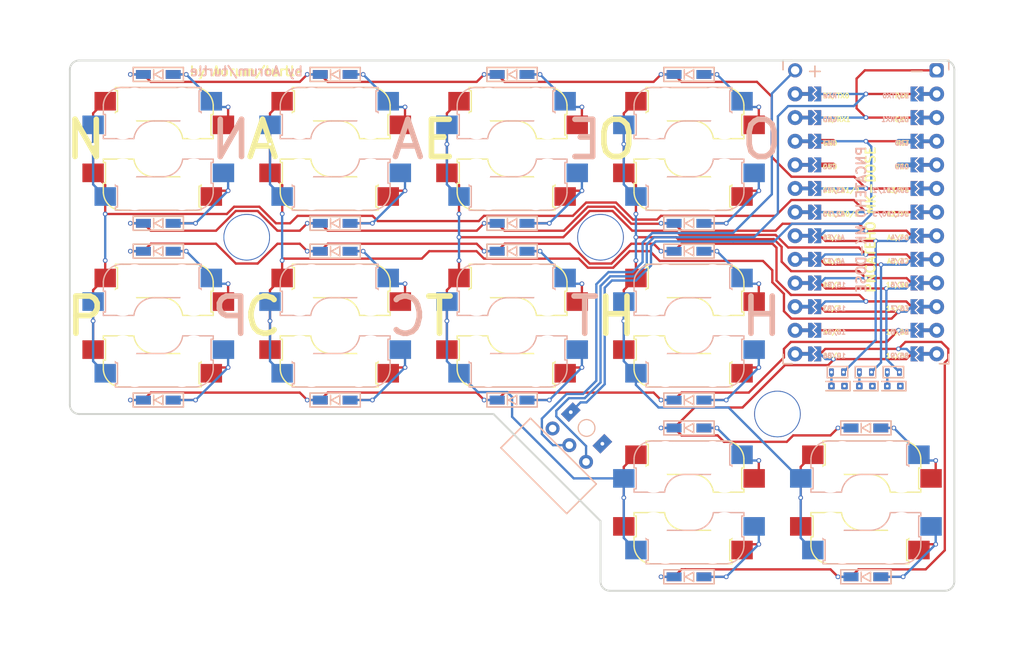
<source format=kicad_pcb>
(kicad_pcb (version 20241229) (generator "pcbnew") (generator_version "9.0")
  (title_block (title "PNCATEHO_MK_DOSE") (date "2021-06-23") (rev "MK_DOSE") (company "Aroum"))
  (layers (0 "F.Cu" signal) (2 "B.Cu" signal) (13 "F.Paste" user) (15 "B.Paste" user) (5 "F.SilkS" user "F.Silkscreen") (7 "B.SilkS" user "B.Silkscreen") (1 "F.Mask" user) (3 "B.Mask" user) (25 "Edge.Cuts" user))
  (net 0 "")
  (net 1 "GND")
  (net 2 "reset")
  (net 4 "LED2")
  (net 5 "LED0")
  (net 6 "VBAT")
  (net 7 "Net-(J1-Pad2)")
  (net 9 "R0")
  (net 10 "Net-(D1-A)")
  (net 11 "Net-(D2-A)")
  (net 12 "R1")
  (net 13 "Net-(D3-A)")
  (net 14 "Net-(D4-A)")
  (net 15 "Net-(D5-A)")
  (net 16 "Net-(D6-A)")
  (net 17 "Net-(D7-A)")
  (net 18 "Net-(D8-A)")
  (net 19 "R2")
  (net 20 "Net-(D9-A)")
  (net 21 "R3")
  (net 22 "Net-(D10-A)")
  (net 23 "Net-(D11-A)")
  (net 24 "Net-(D12-A)")
  (net 25 "Net-(D13-A)")
  (net 26 "Net-(D14-A)")
  (net 27 "Net-(D15-A)")
  (net 28 "Net-(D16-A)")
  (net 29 "R4")
  (net 30 "Net-(D17-A)")
  (net 31 "Net-(D18-A)")
  (net 32 "R5")
  (net 33 "Net-(D19-A)")
  (net 34 "Net-(D20-A)")
  (net 35 "C0")
  (net 36 "C1")
  (net 37 "C2")
  (net 38 "C3")
  (net 39 "LED1")
  (net 40 "Net-(D21-A)")
  (net 41 "Net-(D22-A)")
  (net 42 "Net-(D23-A)")
  (net 43 "Net-(J1-Pad1)")
  (net 45 "unconnected-(U1-SDA{slash}D1{slash}2-Pad5)")
  (footprint "PNCATEHO:SW_3x4x2_2legs_duplex" (layer "F.Cu") (at 83 66 -45)
    (property "Reference" "RSW1" (hide yes))
    (property "Value" "SW_PUSH" (hide yes))
  )
  (footprint "PNCATEHO:D3_SMD" (layer "F.Cu") (at 94 28)
    (property "Reference" "D7" (hide yes))
    (property "Value" "1N4148W" (hide yes))
  )
  (footprint "PNCATEHO:0603-resistor_dual" (layer "F.Cu") (at 109.95 60)
    (property "Reference" "R1" (hide yes))
    (property "Value" "R" (hide yes))
  )
  (footprint "PNCATEHO:D3_SMD" (layer "F.Cu") (at 94 63)
    (property "Reference" "D16" (hide yes))
    (property "Value" "1N4148W" (hide yes))
  )
  (footprint "PNCATEHO:0603-resistor_dual" (layer "F.Cu") (at 112.95 60)
    (property "Reference" "R2" (hide yes))
    (property "Value" "R" (hide yes))
  )
  (footprint "PNCATEHO:MK-DOSE" (layer "F.Cu") (at 75 36)
    (property "Reference" "SW3" (hide yes))
    (property "Value" "~" (hide yes))
  )
  (footprint "PNCATEHO:D3_SMD" (layer "F.Cu") (at 37 47)
    (property "Reference" "D9" (hide yes))
    (property "Value" "1N4148W" (hide yes))
  )
  (footprint "PNCATEHO:D3_SMD" (layer "F.Cu") (at 56 47)
    (property "Reference" "D11" (hide yes))
    (property "Value" "1N4148W" (hide yes))
  )
  (footprint "PNCATEHO:D3_SMD" (layer "F.Cu") (at 37 63)
    (property "Reference" "D10" (hide yes))
    (property "Value" "1N4148W" (hide yes))
  )
  (footprint "PNCATEHO:D3_SMD" (layer "F.Cu") (at 56 44)
    (property "Reference" "D4" (hide yes))
    (property "Value" "1N4148W" (hide yes))
  )
  (footprint "PNCATEHO:MK-DOSE" (layer "F.Cu") (at 113 74)
    (property "Reference" "SW10" (hide yes))
    (property "Value" "~" (hide yes))
  )
  (footprint "PNCATEHO:D3_SMD" (layer "F.Cu") (at 113 82)
    (property "Reference" "D20" (hide yes))
    (property "Value" "1N4148W" (hide yes))
  )
  (footprint "PNCATEHO:Hole" (layer "F.Cu") (at 46.5 45.5)
    (property "Reference" "H1" (hide yes))
    (property "Value" "Hole" (hide yes))
  )
  (footprint "PNCATEHO:MK-DOSE" (layer "F.Cu") (at 37 55)
    (property "Reference" "SW5" (hide yes))
    (property "Value" "~" (hide yes))
  )
  (footprint "PNCATEHO:D3_SMD" (layer "F.Cu") (at 113 66)
    (property "Reference" "D19" (hide yes))
    (property "Value" "1N4148W" (hide yes))
  )
  (footprint "PNCATEHO:Hole" (layer "F.Cu") (at 84.5 45.5)
    (property "Reference" "H2" (hide yes))
    (property "Value" "Hole" (hide yes))
  )
  (footprint "PNCATEHO:MK-DOSE" (layer "F.Cu") (at 94 74)
    (property "Reference" "SW9" (hide yes))
    (property "Value" "~" (hide yes))
  )
  (footprint "PNCATEHO:D3_SMD" (layer "F.Cu") (at 37 44)
    (property "Reference" "D2" (hide yes))
    (property "Value" "1N4148W" (hide yes))
  )
  (footprint "PNCATEHO:MK-DOSE" (layer "F.Cu") (at 75 55)
    (property "Reference" "SW7" (hide yes))
    (property "Value" "~" (hide yes))
  )
  (footprint "PNCATEHO:MK-DOSE" (layer "F.Cu") (at 56 36)
    (property "Reference" "SW2" (hide yes))
    (property "Value" "~" (hide yes))
  )
  (footprint "PNCATEHO:D3_SMD" (layer "F.Cu") (at 75 28)
    (property "Reference" "D5" (hide yes))
    (property "Value" "1N4148W" (hide yes))
  )
  (footprint "PNCATEHO:D3_SMD" (layer "F.Cu") (at 94 44)
    (property "Reference" "D8" (hide yes))
    (property "Value" "1N4148W" (hide yes))
  )
  (footprint "PNCATEHO:D3_SMD" (layer "F.Cu") (at 37 28)
    (property "Reference" "D1" (hide yes))
    (property "Value" "1N4148W" (hide yes))
  )
  (footprint "PNCATEHO:D3_SMD" (layer "F.Cu") (at 75 63)
    (property "Reference" "D14" (hide yes))
    (property "Value" "1N4148W" (hide yes))
  )
  (footprint "PNCATEHO:0603-resistor_dual" (layer "F.Cu") (at 115.95 60)
    (property "Reference" "R3" (hide yes))
    (property "Value" "R" (hide yes))
  )
  (footprint "PNCATEHO:Hole" (layer "F.Cu") (at 103.5 64.5)
    (property "Reference" "H3" (hide yes))
    (property "Value" "Hole" (hide yes))
  )
  (footprint "PNCATEHO:D3_SMD" (layer "F.Cu") (at 94 47)
    (property "Reference" "D15" (hide yes))
    (property "Value" "1N4148W" (hide yes))
  )
  (footprint "PNCATEHO:0603-led_dual" (layer "F.Cu") (at 113 61.5 180)
    (property "Reference" "D22" (hide yes))
    (property "Value" "LED" (hide yes))
  )
  (footprint "PNCATEHO:MK-DOSE" (layer "F.Cu") (at 56 55)
    (property "Reference" "SW6" (hide yes))
    (property "Value" "~" (hide yes))
  )
  (footprint "PNCATEHO:bsi10h" (layer "F.Cu") (at 81.15 67.85 -45)
    (property "Reference" "PSW1" (hide yes))
    (property "Value" "~" (hide yes))
  )
  (footprint "PNCATEHO:ProMicro_duplex_mirrored" (layer "F.Cu") (at 113 42.8)
    (property "Reference" "U1" (hide yes))
    (property "Value" "ProMicro_r" (hide yes))
  )
  (footprint "PNCATEHO:D3_SMD" (layer "F.Cu") (at 56 63)
    (property "Reference" "D12" (hide yes))
    (property "Value" "1N4148W" (hide yes))
  )
  (footprint "PNCATEHO:0603-led_dual" (layer "F.Cu") (at 110 61.5 180)
    (property "Reference" "D21" (hide yes))
    (property "Value" "LED" (hide yes))
  )
  (footprint "PNCATEHO:D3_SMD" (layer "F.Cu") (at 75 47)
    (property "Reference" "D13" (hide yes))
    (property "Value" "1N4148W" (hide yes))
  )
  (footprint "PNCATEHO:0603-led_dual" (layer "F.Cu") (at 116 61.5 180)
    (property "Reference" "D23" (hide yes))
    (property "Value" "LED" (hide yes))
  )
  (footprint "PNCATEHO:D3_SMD" (layer "F.Cu") (at 75 44)
    (property "Reference" "D6" (hide yes))
    (property "Value" "1N4148W" (hide yes))
  )
  (footprint "PNCATEHO:D3_SMD" (layer "F.Cu") (at 56 28)
    (property "Reference" "D3" (hide yes))
    (property "Value" "1N4148W" (hide yes))
  )
  (footprint "PNCATEHO:D3_SMD" (layer "F.Cu") (at 94 82)
    (property "Reference" "D18" (hide yes))
    (property "Value" "1N4148W" (hide yes))
  )
  (footprint "PNCATEHO:D3_SMD" (layer "F.Cu") (at 94 66)
    (property "Reference" "D17" (hide yes))
    (property "Value" "1N4148W" (hide yes))
  )
  (footprint "PNCATEHO:MK-DOSE" (layer "F.Cu") (at 94 55)
    (property "Reference" "SW8" (hide yes))
    (property "Value" "~" (hide yes))
  )
  (footprint "PNCATEHO:MK-DOSE" (layer "F.Cu") (at 94 36)
    (property "Reference" "SW4" (hide yes))
    (property "Value" "~" (hide yes))
  )
  (footprint "PNCATEHO:MK-DOSE" (layer "F.Cu") (at 37 36)
    (property "Reference" "SW1" (hide yes))
    (property "Value" "~" (hide yes))
  )
  (footprint "PNCATEHO:battery_conn_duplex" (layer "F.Cu") (at 113 42.8)
    (property "Reference" "J1" (hide yes))
    (property "Value" "TestPoint_2Pole")
  )
  (gr_line (start 122.5 82.5) (end 122.5 27.5) (stroke (width 0.2)) (layer "Edge.Cuts"))
  (gr_line (start 85.5 83.5) (end 121.5 83.5) (stroke (width 0.2)) (layer "Edge.Cuts"))
  (gr_line (start 27.5 27.5) (end 27.5 63.5) (stroke (width 0.2)) (layer "Edge.Cuts"))
  (gr_line (start 28.5 64.5) (end 73 64.5) (stroke (width 0.2)) (layer "Edge.Cuts"))
  (gr_arc (start 85.5 83.5) (mid 84.792893 83.207107) (end 84.5 82.5) (stroke (width 0.2)) (layer "Edge.Cuts"))
  (gr_arc (start 122.5 82.5) (mid 122.207107 83.207107) (end 121.5 83.5) (stroke (width 0.2)) (layer "Edge.Cuts"))
  (gr_arc (start 28.5 64.5) (mid 27.792893 64.207107) (end 27.5 63.5) (stroke (width 0.2)) (layer "Edge.Cuts"))
  (gr_line (start 28.5 26.5) (end 121.5 26.5) (stroke (width 0.2)) (layer "Edge.Cuts"))
  (gr_arc (start 27.5 27.5) (mid 27.792893 26.792893) (end 28.5 26.5) (stroke (width 0.2)) (layer "Edge.Cuts"))
  (gr_arc (start 121.5 26.5) (mid 122.207107 26.792893) (end 122.5 27.5) (stroke (width 0.2)) (layer "Edge.Cuts"))
  (gr_line (start 73 64.5) (end 84.5 76) (stroke (width 0.2)) (layer "Edge.Cuts"))
  (gr_line (start 84.5 76) (end 84.5 82.5) (stroke (width 0.2)) (layer "Edge.Cuts"))
  (gr_text "PNCATEHO MK-DOSE" (at 113.5 43.6 90) (layer "F.SilkS") (effects (font (size 1 1) (thickness 0.2))))
  (gr_text "O" (at 86.2 35 0) (layer "F.SilkS") (effects (font (size 4 4) (thickness 0.6))))
  (gr_text "H" (at 86.2 54 0) (layer "F.SilkS") (effects (font (size 4 4) (thickness 0.6))))
  (gr_text "T" (at 67.2 54 0) (layer "F.SilkS") (effects (font (size 4 4) (thickness 0.6))))
  (gr_text "C" (at 48.2 54 0) (layer "F.SilkS") (effects (font (size 4 4) (thickness 0.6))))
  (gr_text "E" (at 67.2 35 0) (layer "F.SilkS") (effects (font (size 4 4) (thickness 0.6))))
  (gr_text "A" (at 48.2 35 0) (layer "F.SilkS") (effects (font (size 4 4) (thickness 0.6))))
  (gr_text "N" (at 29.2 35 0) (layer "F.SilkS") (effects (font (size 4 4) (thickness 0.6))))
  (gr_text "P" (at 29.2 54 0) (layer "F.SilkS") (effects (font (size 4 4) (thickness 0.6))))
  (gr_text "by Aorum/turtle" (at 40.25 28.25 0) (layer "F.SilkS") (effects (font (size 1 1) (thickness 0.2) (bold yes)) (justify left bottom)))
  (gr_text "N" (at 44.8 35 0) (layer "B.SilkS") (effects (font (size 4 4) (thickness 0.6)) (justify mirror)))
  (gr_text "C" (at 63.8 54 0) (layer "B.SilkS") (effects (font (size 4 4) (thickness 0.6)) (justify mirror)))
  (gr_text "A" (at 63.8 35 0) (layer "B.SilkS") (effects (font (size 4 4) (thickness 0.6)) (justify mirror)))
  (gr_text "O" (at 101.8 35 0) (layer "B.SilkS") (effects (font (size 4 4) (thickness 0.6)) (justify mirror)))
  (gr_text "P" (at 44.8 54 0) (layer "B.SilkS") (effects (font (size 4 4) (thickness 0.6)) (justify mirror)))
  (gr_text "by Aorum/turtle" (at 40.25 28.25 0) (layer "B.SilkS") (effects (font (size 1 1) (thickness 0.2) (bold yes)) (justify right bottom mirror)))
  (gr_text "H" (at 101.8 54 0) (layer "B.SilkS") (effects (font (size 4 4) (thickness 0.6)) (justify mirror)))
  (gr_text "PNCATEHO MK-DOSE\n" (at 112.5 43.6 90) (layer "B.SilkS") (effects (font (size 1 1) (thickness 0.2)) (justify mirror)))
  (gr_text "T" (at 82.8 54 0) (layer "B.SilkS") (effects (font (size 4 4) (thickness 0.6)) (justify mirror)))
  (gr_text "E" (at 82.8 35 0) (layer "B.SilkS") (effects (font (size 4 4) (thickness 0.6)) (justify mirror)))
  (segment (start 108.1 37.72) (end 109.48 37.72) (width 0.5) (layer "F.Cu") (net 1))
  (segment (start 108.1 35.18) (end 109.48 35.18) (width 0.5) (layer "F.Cu") (net 1))
  (segment (start 117.9 35.18) (end 116.5 35.18) (width 0.5) (layer "B.Cu") (net 1))
  (segment (start 117.9 37.72) (end 116.5 37.72) (width 0.5) (layer "B.Cu") (net 1))
  (segment (start 113 35.18) (end 117.9 35.18) (width 0.25) (layer "F.Cu") (net 2))
  (via micro (at 113 35.18) (size 0.5) (drill 0.3) (layers "F.Cu" "B.Cu") (net 2))
  (segment (start 113.576 43.038588) (end 113.576 35.756) (width 0.25) (layer "B.Cu") (net 2))
  (segment (start 85.72462 50.151) (end 84.951 50.92462) (width 0.25) (layer "B.Cu") (net 2))
  (segment (start 112.564588 44.05) (end 113.576 43.038588) (width 0.25) (layer "B.Cu") (net 2))
  (segment (start 103.15 45.95) (end 98.734522 45.95) (width 0.25) (layer "B.Cu") (net 2))
  (segment (start 105.05 44.05) (end 103.15 45.95) (width 0.25) (layer "B.Cu") (net 2))
  (segment (start 81.302944 64.302944) (end 82.354888 63.251) (width 0.25) (layer "B.Cu") (net 2))
  (segment (start 98.733522 45.951) (end 90.42462 45.951) (width 0.25) (layer "B.Cu") (net 2))
  (segment (start 88.310034 50.151) (end 85.72462 50.151) (width 0.25) (layer "B.Cu") (net 2))
  (segment (start 113.576 35.756) (end 113 35.18) (width 0.25) (layer "B.Cu") (net 2))
  (segment (start 113 35.18) (end 108.1 35.18) (width 0.25) (layer "B.Cu") (net 2))
  (segment (start 89.919707 46.455913) (end 89.919707 48.541327) (width 0.25) (layer "B.Cu") (net 2))
  (segment (start 90.42462 45.951) (end 89.919707 46.455913) (width 0.25) (layer "B.Cu") (net 2))
  (segment (start 108.1 35.18) (end 108.12 35.2) (width 0.25) (layer "B.Cu") (net 2))
  (segment (start 84.951 50.92462) (end 84.951 61.292698) (width 0.25) (layer "B.Cu") (net 2))
  (segment (start 105.05 44.05) (end 112.564588 44.05) (width 0.25) (layer "B.Cu") (net 2))
  (segment (start 98.734522 45.95) (end 98.733522 45.951) (width 0.25) (layer "B.Cu") (net 2))
  (segment (start 82.992698 63.251) (end 84.951 61.292698) (width 0.25) (layer "B.Cu") (net 2))
  (segment (start 89.919707 48.541327) (end 88.310034 50.151) (width 0.25) (layer "B.Cu") (net 2))
  (segment (start 82.354888 63.251) (end 82.992698 63.251) (width 0.25) (layer "B.Cu") (net 2))
  (segment (start 115.2 51.01) (end 108.69 51.01) (width 0.25) (layer "F.Cu") (net 4))
  (segment (start 108.69 51.01) (end 108.1 50.42) (width 0.25) (layer "F.Cu") (net 4))
  (via micro (at 115.2 51.01) (size 0.5) (drill 0.3) (layers "F.Cu" "B.Cu") (net 4))
  (segment (start 115.2 51.01) (end 117.31 51.01) (width 0.25) (layer "B.Cu") (net 4))
  (segment (start 115.2 51.01) (end 115.2 58.6) (width 0.25) (layer "B.Cu") (net 4))
  (segment (start 117.31 51.01) (end 117.9 50.42) (width 0.25) (layer "B.Cu") (net 4))
  (segment (start 115.2 58.6) (end 116.6 60) (width 0.25) (layer "B.Cu") (net 4))
  (segment (start 108.66 45.9) (end 108.1 45.34) (width 0.25) (layer "F.Cu") (net 5))
  (segment (start 114.05 45.9) (end 108.66 45.9) (width 0.25) (layer "F.Cu") (net 5))
  (via micro (at 114.05 45.9) (size 0.5) (drill 0.3) (layers "F.Cu" "B.Cu") (net 5))
  (segment (start 114.05 56.55) (end 114.05 45.9) (width 0.25) (layer "B.Cu") (net 5))
  (segment (start 114.05 45.9) (end 117.34 45.9) (width 0.25) (layer "B.Cu") (net 5))
  (segment (start 117.34 45.9) (end 117.9 45.34) (width 0.25) (layer "B.Cu") (net 5))
  (segment (start 110.6 60) (end 114.05 56.55) (width 0.25) (layer "B.Cu") (net 5))
  (segment (start 117.9 30.1) (end 113 30.1) (width 0.25) (layer "F.Cu") (net 6))
  (via micro (at 113 30.1) (size 0.5) (drill 0.3) (layers "F.Cu" "B.Cu") (net 6))
  (segment (start 89.468707 48.354517) (end 88.123224 49.7) (width 0.25) (layer "B.Cu") (net 6))
  (segment (start 88.123224 49.7) (end 85.53781 49.7) (width 0.25) (layer "B.Cu") (net 6))
  (segment (start 85.53781 49.7) (end 84.5 50.73781) (width 0.25) (layer "B.Cu") (net 6))
  (segment (start 84.5 61.105888) (end 82.805888 62.8) (width 0.25) (layer "B.Cu") (net 6))
  (segment (start 104.65 31.4) (end 103.55 32.5) (width 0.25) (layer "B.Cu") (net 6))
  (segment (start 82.946051 67.946051) (end 82.946051 69.646051) (width 0.25) (layer "B.Cu") (net 6))
  (segment (start 79.75 64.75) (end 82.946051 67.946051) (width 0.25) (layer "B.Cu") (net 6))
  (segment (start 81.1 62.8) (end 79.75 64.15) (width 0.25) (layer "B.Cu") (net 6))
  (segment (start 101 45.5) (end 90.23781 45.5) (width 0.25) (layer "B.Cu") (net 6))
  (segment (start 90.23781 45.5) (end 89.468707 46.269103) (width 0.25) (layer "B.Cu") (net 6))
  (segment (start 82.805888 62.8) (end 81.1 62.8) (width 0.25) (layer "B.Cu") (net 6))
  (segment (start 113 30.1) (end 111.7 31.4) (width 0.25) (layer "B.Cu") (net 6))
  (segment (start 79.75 64.15) (end 79.75 64.75) (width 0.25) (layer "B.Cu") (net 6))
  (segment (start 111.7 31.4) (end 104.65 31.4) (width 0.25) (layer "B.Cu") (net 6))
  (segment (start 103.55 32.5) (end 103.55 42.95) (width 0.25) (layer "B.Cu") (net 6))
  (segment (start 108.1 30.1) (end 113 30.1) (width 0.25) (layer "B.Cu") (net 6))
  (segment (start 84.5 50.73781) (end 84.5 61.105888) (width 0.25) (layer "B.Cu") (net 6))
  (segment (start 103.55 42.95) (end 101 45.5) (width 0.25) (layer "B.Cu") (net 6))
  (segment (start 89.468707 46.269103) (end 89.468707 48.354517) (width 0.25) (layer "B.Cu") (net 6))
  (segment (start 112 31.64) (end 112 28.45) (width 0.25) (layer "F.Cu") (net 7))
  (segment (start 112 28.45) (end 112.89 27.56) (width 0.25) (layer "F.Cu") (net 7))
  (segment (start 113 32.64) (end 112 31.64) (width 0.25) (layer "F.Cu") (net 7))
  (segment (start 117.9 32.64) (end 113 32.64) (width 0.25) (layer "F.Cu") (net 7))
  (segment (start 112.89 27.56) (end 120.6 27.56) (width 0.25) (layer "F.Cu") (net 7))
  (via micro (at 113 32.64) (size 0.5) (drill 0.3) (layers "F.Cu" "B.Cu") (net 7))
  (segment (start 108.1 32.64) (end 113 32.64) (width 0.25) (layer "B.Cu") (net 7))
  (segment (start 71.2 28.8) (end 55.2 28.8) (width 0.25) (layer "F.Cu") (net 9))
  (segment (start 93.2 28.8) (end 101.3 28.8) (width 0.25) (layer "F.Cu") (net 9))
  (segment (start 91 28) (end 90.2 28.8) (width 0.25) (layer "F.Cu") (net 9))
  (segment (start 35.4 28) (end 34 28) (width 0.25) (layer "F.Cu") (net 9))
  (segment (start 72 28) (end 71.2 28.8) (width 0.25) (layer "F.Cu") (net 9))
  (segment (start 53 28) (end 52.2 28.8) (width 0.25) (layer "F.Cu") (net 9))
  (segment (start 113.01 40.26) (end 113 40.25) (width 0.25) (layer "F.Cu") (net 9))
  (segment (start 101.3 28.8) (end 102.9 30.4) (width 0.25) (layer "F.Cu") (net 9))
  (segment (start 91 28) (end 92.4 28) (width 0.25) (layer "F.Cu") (net 9))
  (segment (start 102.9 36.884739) (end 105.015261 39) (width 0.25) (layer "F.Cu") (net 9))
  (segment (start 74.2 28.8) (end 73.4 28) (width 0.25) (layer "F.Cu") (net 9))
  (segment (start 102.9 30.4) (end 102.9 36.884739) (width 0.25) (layer "F.Cu") (net 9))
  (segment (start 36.2 28.8) (end 35.4 28) (width 0.25) (layer "F.Cu") (net 9))
  (segment (start 55.2 28.8) (end 54.4 28) (width 0.25) (layer "F.Cu") (net 9))
  (segment (start 117.9 40.26) (end 113.01 40.26) (width 0.25) (layer "F.Cu") (net 9))
  (segment (start 90.2 28.8) (end 74.2 28.8) (width 0.25) (layer "F.Cu") (net 9))
  (segment (start 117.9 40.26) (end 113.01 40.26) (width 0.25) (layer "F.Cu") (net 9))
  (segment (start 111.75 39) (end 113 40.25) (width 0.25) (layer "F.Cu") (net 9))
  (segment (start 52.2 28.8) (end 36.2 28.8) (width 0.25) (layer "F.Cu") (net 9))
  (segment (start 73.4 28) (end 72 28) (width 0.25) (layer "F.Cu") (net 9))
  (segment (start 105.015261 39) (end 111.75 39) (width 0.25) (layer "F.Cu") (net 9))
  (segment (start 92.4 28) (end 93.2 28.8) (width 0.25) (layer "F.Cu") (net 9))
  (segment (start 54.4 28) (end 53 28) (width 0.25) (layer "F.Cu") (net 9))
  (via micro (at 91 28) (size 0.5) (drill 0.3) (layers "F.Cu" "B.Cu") (net 9))
  (via micro (at 113 40.25) (size 0.5) (drill 0.3) (layers "F.Cu" "B.Cu") (net 9))
  (via micro (at 72 28) (size 0.5) (drill 0.3) (layers "F.Cu" "B.Cu") (net 9))
  (via micro (at 53 28) (size 0.5) (drill 0.3) (layers "F.Cu" "B.Cu") (net 9))
  (via micro (at 34 28) (size 0.5) (drill 0.3) (layers "F.Cu" "B.Cu") (net 9))
  (segment (start 113.01 40.26) (end 113 40.25) (width 0.25) (layer "B.Cu") (net 9))
  (segment (start 112.99 40.26) (end 108.1 40.26) (width 0.25) (layer "B.Cu") (net 9))
  (segment (start 72 28) (end 73.225 28) (width 0.25) (layer "B.Cu") (net 9))
  (segment (start 34 28) (end 35.225 28) (width 0.25) (layer "B.Cu") (net 9))
  (segment (start 91 28) (end 92.225 28) (width 0.25) (layer "B.Cu") (net 9))
  (segment (start 113 40.25) (end 112.99 40.26) (width 0.25) (layer "B.Cu") (net 9))
  (segment (start 53 28) (end 54.225 28) (width 0.25) (layer "B.Cu") (net 9))
  (segment (start 44.5 31.5) (end 44.5 32.92) (width 0.25) (layer "F.Cu") (net 10))
  (segment (start 44.5 32.92) (end 44 33.42) (width 0.25) (layer "F.Cu") (net 10))
  (segment (start 38.775 28) (end 40 28) (width 0.25) (layer "F.Cu") (net 10))
  (via micro (at 40 28) (size 0.5) (drill 0.3) (layers "F.Cu" "B.Cu") (net 10))
  (via micro (at 44.5 31.5) (size 0.5) (drill 0.3) (layers "F.Cu" "B.Cu") (net 10))
  (segment (start 42.7 30.88) (end 42.7 30.7) (width 0.25) (layer "B.Cu") (net 10))
  (segment (start 40 28) (end 38.775 28) (width 0.25) (layer "B.Cu") (net 10))
  (segment (start 43.32 31.5) (end 42.7 30.88) (width 0.25) (layer "B.Cu") (net 10))
  (segment (start 42.7 30.7) (end 40 28) (width 0.25) (layer "B.Cu") (net 10))
  (segment (start 44.5 31.5) (end 43.32 31.5) (width 0.25) (layer "B.Cu") (net 10))
  (segment (start 38.775 44) (end 41 44) (width 0.25) (layer "F.Cu") (net 11))
  (segment (start 43.32 40.5) (end 42.7 41.12) (width 0.25) (layer "F.Cu") (net 11))
  (segment (start 44.5 40.5) (end 43.32 40.5) (width 0.25) (layer "F.Cu") (net 11))
  (via micro (at 41 44) (size 0.5) (drill 0.3) (layers "F.Cu" "B.Cu") (net 11))
  (via micro (at 44.5 40.5) (size 0.5) (drill 0.3) (layers "F.Cu" "B.Cu") (net 11))
  (segment (start 44.5 40.5) (end 41 44) (width 0.25) (layer "B.Cu") (net 11))
  (segment (start 44.5 39.08) (end 44.5 40.5) (width 0.25) (layer "B.Cu") (net 11))
  (segment (start 41 44) (end 38.775 44) (width 0.25) (layer "B.Cu") (net 11))
  (segment (start 44 38.58) (end 44.5 39.08) (width 0.25) (layer "B.Cu") (net 11))
  (segment (start 55.2 44.8) (end 54.4 44) (width 0.25) (layer "F.Cu") (net 12))
  (segment (start 73.4 44) (end 72 44) (width 0.25) (layer "F.Cu") (net 12))
  (segment (start 72 44) (end 71.2 44.8) (width 0.25) (layer "F.Cu") (net 12))
  (segment (start 113 44.8) (end 117.36 44.8) (width 0.25) (layer "F.Cu") (net 12))
  (segment (start 34 44) (end 35.4 44) (width 0.25) (layer "F.Cu") (net 12))
  (segment (start 49.8 44.8) (end 52.2 44.8) (width 0.25) (layer "F.Cu") (net 12))
  (segment (start 52.2 44.8) (end 53 44) (width 0.25) (layer "F.Cu") (net 12))
  (segment (start 49.5 44.5) (end 49.8 44.8) (width 0.25) (layer "F.Cu") (net 12))
  (segment (start 90.95 44.05) (end 87.8 44.05) (width 0.25) (layer "F.Cu") (net 12))
  (segment (start 45.329432 42.674) (end 47.670568 42.674) (width 0.25) (layer "F.Cu") (net 12))
  (segment (start 91 44) (end 90.95 44.05) (width 0.25) (layer "F.Cu") (net 12))
  (segment (start 74.201 44.801) (end 73.4 44) (width 0.25) (layer "F.Cu") (net 12))
  (segment (start 92.4 44) (end 91 44) (width 0.25) (layer "F.Cu") (net 12))
  (segment (start 82.878432 42.48719) (end 80.564622 44.801) (width 0.25) (layer "F.Cu") (net 12))
  (segment (start 112.25 44.05) (end 113 44.8) (width 0.25) (layer "F.Cu") (net 12))
  (segment (start 83.142622 42.223) (end 82.878432 42.48719) (width 0.25) (layer "F.Cu") (net 12))
  (segment (start 36.2 44.8) (end 43.203432 44.8) (width 0.25) (layer "F.Cu") (net 12))
  (segment (start 104.05 44.05) (end 103.3 44.8) (width 0.25) (layer "F.Cu") (net 12))
  (segment (start 85.973 42.223) (end 83.142622 42.223) (width 0.25) (layer "F.Cu") (net 12))
  (segment (start 103.3 44.8) (end 93.2 44.8) (width 0.25) (layer "F.Cu") (net 12))
  (segment (start 104.05 44.05) (end 112.25 44.05) (width 0.25) (layer "F.Cu") (net 12))
  (segment (start 54.4 44) (end 53 44) (width 0.25) (layer "F.Cu") (net 12))
  (segment (start 47.670568 42.674) (end 49.496568 44.5) (width 0.25) (layer "F.Cu") (net 12))
  (segment (start 87.8 44.05) (end 85.973 42.223) (width 0.25) (layer "F.Cu") (net 12))
  (segment (start 43.203432 44.8) (end 45.329432 42.674) (width 0.25) (layer "F.Cu") (net 12))
  (segment (start 71.2 44.8) (end 55.2 44.8) (width 0.25) (layer "F.Cu") (net 12))
  (segment (start 35.4 44) (end 36.2 44.8) (width 0.25) (layer "F.Cu") (net 12))
  (segment (start 93.2 44.8) (end 92.4 44) (width 0.25) (layer "F.Cu") (net 12))
  (segment (start 80.564622 44.801) (end 74.201 44.801) (width 0.25) (layer "F.Cu") (net 12))
  (segment (start 117.36 44.8) (end 117.9 45.34) (width 0.25) (layer "F.Cu") (net 12))
  (via micro (at 34 44) (size 0.5) (drill 0.3) (layers "F.Cu" "B.Cu") (net 12))
  (via micro (at 53 44) (size 0.5) (drill 0.3) (layers "F.Cu" "B.Cu") (net 12))
  (via micro (at 72 44) (size 0.5) (drill 0.3) (layers "F.Cu" "B.Cu") (net 12))
  (via micro (at 113 44.8) (size 0.5) (drill 0.3) (layers "F.Cu" "B.Cu") (net 12))
  (via micro (at 91 44) (size 0.5) (drill 0.3) (layers "F.Cu" "B.Cu") (net 12))
  (segment (start 108.64 44.8) (end 108.1 45.34) (width 0.25) (layer "B.Cu") (net 12))
  (segment (start 54.225 44) (end 53 44) (width 0.25) (layer "B.Cu") (net 12))
  (segment (start 92.225 44) (end 91 44) (width 0.25) (layer "B.Cu") (net 12))
  (segment (start 34 44) (end 35.225 44) (width 0.25) (layer "B.Cu") (net 12))
  (segment (start 72 44) (end 73.225 44) (width 0.25) (layer "B.Cu") (net 12))
  (segment (start 113 44.8) (end 108.64 44.8) (width 0.25) (layer "B.Cu") (net 12))
  (segment (start 57.775 28) (end 59 28) (width 0.25) (layer "F.Cu") (net 13))
  (segment (start 63.5 32.92) (end 63.5 31.5) (width 0.25) (layer "F.Cu") (net 13))
  (segment (start 63 33.42) (end 63.5 32.92) (width 0.25) (layer "F.Cu") (net 13))
  (via micro (at 59 28) (size 0.5) (drill 0.3) (layers "F.Cu" "B.Cu") (net 13))
  (via micro (at 63.5 31.5) (size 0.5) (drill 0.3) (layers "F.Cu" "B.Cu") (net 13))
  (segment (start 59 28) (end 57.775 28) (width 0.25) (layer "B.Cu") (net 13))
  (segment (start 63.5 31.5) (end 62.32 31.5) (width 0.25) (layer "B.Cu") (net 13))
  (segment (start 61.7 30.7) (end 59 28) (width 0.25) (layer "B.Cu") (net 13))
  (segment (start 62.32 31.5) (end 61.7 30.88) (width 0.25) (layer "B.Cu") (net 13))
  (segment (start 61.7 30.88) (end 61.7 30.7) (width 0.25) (layer "B.Cu") (net 13))
  (segment (start 57.775 44) (end 60 44) (width 0.25) (layer "F.Cu") (net 14))
  (segment (start 62.32 40.5) (end 61.7 41.12) (width 0.25) (layer "F.Cu") (net 14))
  (segment (start 63.5 40.5) (end 62.32 40.5) (width 0.25) (layer "F.Cu") (net 14))
  (via micro (at 63.5 40.5) (size 0.5) (drill 0.3) (layers "F.Cu" "B.Cu") (net 14))
  (via micro (at 60 44) (size 0.5) (drill 0.3) (layers "F.Cu" "B.Cu") (net 14))
  (segment (start 63.5 40.5) (end 60 44) (width 0.25) (layer "B.Cu") (net 14))
  (segment (start 60 44) (end 57.775 44) (width 0.25) (layer "B.Cu") (net 14))
  (segment (start 63 38.58) (end 63.5 39.08) (width 0.25) (layer "B.Cu") (net 14))
  (segment (start 63.5 39.08) (end 63.5 40.5) (width 0.25) (layer "B.Cu") (net 14))
  (segment (start 82.5 32.92) (end 82.5 31.5) (width 0.25) (layer "F.Cu") (net 15))
  (segment (start 76.775 28) (end 78 28) (width 0.25) (layer "F.Cu") (net 15))
  (segment (start 82 33.42) (end 82.5 32.92) (width 0.25) (layer "F.Cu") (net 15))
  (via micro (at 82.5 31.5) (size 0.5) (drill 0.3) (layers "F.Cu" "B.Cu") (net 15))
  (via micro (at 78 28) (size 0.5) (drill 0.3) (layers "F.Cu" "B.Cu") (net 15))
  (segment (start 78 28) (end 76.775 28) (width 0.25) (layer "B.Cu") (net 15))
  (segment (start 82.5 31.5) (end 81.32 31.5) (width 0.25) (layer "B.Cu") (net 15))
  (segment (start 80.7 30.7) (end 78 28) (width 0.25) (layer "B.Cu") (net 15))
  (segment (start 80.7 30.88) (end 80.7 30.7) (width 0.25) (layer "B.Cu") (net 15))
  (segment (start 81.32 31.5) (end 80.7 30.88) (width 0.25) (layer "B.Cu") (net 15))
  (segment (start 81.32 40.5) (end 80.7 41.12) (width 0.25) (layer "F.Cu") (net 16))
  (segment (start 76.775 44) (end 79 44) (width 0.25) (layer "F.Cu") (net 16))
  (segment (start 82.5 40.5) (end 81.32 40.5) (width 0.25) (layer "F.Cu") (net 16))
  (via micro (at 79 44) (size 0.5) (drill 0.3) (layers "F.Cu" "B.Cu") (net 16))
  (via micro (at 82.5 40.5) (size 0.5) (drill 0.3) (layers "F.Cu" "B.Cu") (net 16))
  (segment (start 79 44) (end 76.775 44) (width 0.25) (layer "B.Cu") (net 16))
  (segment (start 82 38.58) (end 82.5 39.08) (width 0.25) (layer "B.Cu") (net 16))
  (segment (start 82.5 39.08) (end 82.5 40.5) (width 0.25) (layer "B.Cu") (net 16))
  (segment (start 82.5 40.5) (end 79 44) (width 0.25) (layer "B.Cu") (net 16))
  (segment (start 95.775 28) (end 97 28) (width 0.25) (layer "F.Cu") (net 17))
  (segment (start 101 33.42) (end 101.5 32.92) (width 0.25) (layer "F.Cu") (net 17))
  (segment (start 101.5 32.92) (end 101.5 31.5) (width 0.25) (layer "F.Cu") (net 17))
  (via micro (at 97 28) (size 0.5) (drill 0.3) (layers "F.Cu" "B.Cu") (net 17))
  (via micro (at 101.5 31.5) (size 0.5) (drill 0.3) (layers "F.Cu" "B.Cu") (net 17))
  (segment (start 99.7 30.88) (end 100.32 31.5) (width 0.25) (layer "B.Cu") (net 17))
  (segment (start 97 28) (end 95.775 28) (width 0.25) (layer "B.Cu") (net 17))
  (segment (start 99.7 30.88) (end 99.7 30.7) (width 0.25) (layer "B.Cu") (net 17))
  (segment (start 99.7 30.7) (end 97 28) (width 0.25) (layer "B.Cu") (net 17))
  (segment (start 100.32 31.5) (end 101.5 31.5) (width 0.25) (layer "B.Cu") (net 17))
  (segment (start 95.775 44) (end 98 44) (width 0.25) (layer "F.Cu") (net 18))
  (segment (start 100.32 40.5) (end 101.45 40.5) (width 0.25) (layer "F.Cu") (net 18))
  (segment (start 101.45 40.5) (end 101.5 40.45) (width 0.25) (layer "F.Cu") (net 18))
  (segment (start 99.7 41.12) (end 100.32 40.5) (width 0.25) (layer "F.Cu") (net 18))
  (via micro (at 101.5 40.5) (size 0.5) (drill 0.3) (layers "F.Cu" "B.Cu") (net 18))
  (via micro (at 98 44) (size 0.5) (drill 0.3) (layers "F.Cu" "B.Cu") (net 18))
  (segment (start 101.5 40.5) (end 101.5 39.08) (width 0.25) (layer "B.Cu") (net 18))
  (segment (start 101.5 39.08) (end 101 38.58) (width 0.25) (layer "B.Cu") (net 18))
  (segment (start 98 44) (end 95.775 44) (width 0.25) (layer "B.Cu") (net 18))
  (segment (start 101.5 40.5) (end 98 44) (width 0.25) (layer "B.Cu") (net 18))
  (segment (start 113 52.4) (end 117.34 52.4) (width 0.25) (layer "F.Cu") (net 19))
  (segment (start 85.670568 48.326) (end 83.329432 48.326) (width 0.25) (layer "F.Cu") (net 19))
  (segment (start 71.2 46.2) (end 55.2 46.2) (width 0.25) (layer "F.Cu") (net 19))
  (segment (start 52.2 46.2) (end 49.796568 46.2) (width 0.25) (layer "F.Cu") (net 19))
  (segment (start 83.329432 48.326) (end 81.203432 46.2) (width 0.25) (layer "F.Cu") (net 19))
  (segment (start 102.97338 46.199) (end 103.4 46.62562) (width 0.25) (layer "F.Cu") (net 19))
  (segment (start 55.2 46.2) (end 54.4 47) (width 0.25) (layer "F.Cu") (net 19))
  (segment (start 35.4 47) (end 34 47) (width 0.25) (layer "F.Cu") (net 19))
  (segment (start 87.796568 46.2) (end 85.670568 48.326) (width 0.25) (layer "F.Cu") (net 19))
  (segment (start 103.4 50.15) (end 104.8995 51.6495) (width 0.25) (layer "F.Cu") (net 19))
  (segment (start 92.4 47) (end 91 47) (width 0.25) (layer "F.Cu") (net 19))
  (segment (start 49.796568 46.2) (end 47.670568 48.326) (width 0.25) (layer "F.Cu") (net 19))
  (segment (start 117.34 52.4) (end 117.9 52.96) (width 0.25) (layer "F.Cu") (net 19))
  (segment (start 53 47) (end 52.2 46.2) (width 0.25) (layer "F.Cu") (net 19))
  (segment (start 47.670568 48.326) (end 45.329432 48.326) (width 0.25) (layer "F.Cu") (net 19))
  (segment (start 36.2 46.2) (end 35.4 47) (width 0.25) (layer "F.Cu") (net 19))
  (segment (start 73.4 47) (end 72 47) (width 0.25) (layer "F.Cu") (net 19))
  (segment (start 93.201 46.199) (end 102.97338 46.199) (width 0.25) (layer "F.Cu") (net 19))
  (segment (start 43.203432 46.2) (end 36.2 46.2) (width 0.25) (layer "F.Cu") (net 19))
  (segment (start 54.4 47) (end 53 47) (width 0.25) (layer "F.Cu") (net 19))
  (segment (start 81.203432 46.2) (end 74.2 46.2) (width 0.25) (layer "F.Cu") (net 19))
  (segment (start 104.951 51.7) (end 112.3 51.7) (width 0.25) (layer "F.Cu") (net 19))
  (segment (start 90.2 46.2) (end 87.796568 46.2) (width 0.25) (layer "F.Cu") (net 19))
  (segment (start 72 47) (end 71.2 46.2) (width 0.25) (layer "F.Cu") (net 19))
  (segment (start 92.4 47) (end 93.201 46.199) (width 0.25) (layer "F.Cu") (net 19))
  (segment (start 74.2 46.2) (end 73.4 47) (width 0.25) (layer "F.Cu") (net 19))
  (segment (start 103.4 46.62562) (end 103.4 50.15) (width 0.25) (layer "F.Cu") (net 19))
  (segment (start 112.3 51.7) (end 113 52.4) (width 0.25) (layer "F.Cu") (net 19))
  (segment (start 45.329432 48.326) (end 43.203432 46.2) (width 0.25) (layer "F.Cu") (net 19))
  (segment (start 91 47) (end 90.2 46.2) (width 0.25) (layer "F.Cu") (net 19))
  (segment (start 104.8995 51.6495) (end 104.9005 51.6495) (width 0.25) (layer "F.Cu") (net 19))
  (segment (start 104.9005 51.6495) (end 104.951 51.7) (width 0.25) (layer "F.Cu") (net 19))
  (via micro (at 72 47) (size 0.5) (drill 0.3) (layers "F.Cu" "B.Cu") (net 19))
  (via micro (at 53 47) (size 0.5) (drill 0.3) (layers "F.Cu" "B.Cu") (net 19))
  (via micro (at 34 47) (size 0.5) (drill 0.3) (layers "F.Cu" "B.Cu") (net 19))
  (via micro (at 91 47) (size 0.5) (drill 0.3) (layers "F.Cu" "B.Cu") (net 19))
  (via micro (at 113 52.4) (size 0.5) (drill 0.3) (layers "F.Cu" "B.Cu") (net 19))
  (segment (start 34 47) (end 35.225 47) (width 0.25) (layer "B.Cu") (net 19))
  (segment (start 108.1 52.96) (end 108.66 52.4) (width 0.25) (layer "B.Cu") (net 19))
  (segment (start 54.225 47) (end 53 47) (width 0.25) (layer "B.Cu") (net 19))
  (segment (start 92.225 47) (end 91 47) (width 0.25) (layer "B.Cu") (net 19))
  (segment (start 108.66 52.4) (end 113 52.4) (width 0.25) (layer "B.Cu") (net 19))
  (segment (start 72 47) (end 73.225 47) (width 0.25) (layer "B.Cu") (net 19))
  (segment (start 108.1 52.96) (end 108.11 52.96) (width 0.25) (layer "B.Cu") (net 19))
  (segment (start 44.5 50.5) (end 44.5 51.92) (width 0.25) (layer "F.Cu") (net 20))
  (segment (start 44.5 51.92) (end 44 52.42) (width 0.25) (layer "F.Cu") (net 20))
  (segment (start 38.775 47) (end 40 47) (width 0.25) (layer "F.Cu") (net 20))
  (via micro (at 40 47) (size 0.5) (drill 0.3) (layers "F.Cu" "B.Cu") (net 20))
  (via micro (at 44.5 50.5) (size 0.5) (drill 0.3) (layers "F.Cu" "B.Cu") (net 20))
  (segment (start 44.5 50.5) (end 43.32 50.5) (width 0.25) (layer "B.Cu") (net 20))
  (segment (start 42.7 49.7) (end 40 47) (width 0.25) (layer "B.Cu") (net 20))
  (segment (start 42.7 49.88) (end 42.7 49.7) (width 0.25) (layer "B.Cu") (net 20))
  (segment (start 40 47) (end 38.775 47) (width 0.25) (layer "B.Cu") (net 20))
  (segment (start 43.32 50.5) (end 42.7 49.88) (width 0.25) (layer "B.Cu") (net 20))
  (segment (start 72 63) (end 71.2 62.2) (width 0.25) (layer "F.Cu") (net 21))
  (segment (start 116.5 55.45) (end 116.45 55.5) (width 0.25) (layer "F.Cu") (net 21))
  (segment (start 74.2 62.2) (end 73.4 63) (width 0.25) (layer "F.Cu") (net 21))
  (segment (start 35.4 63) (end 34 63) (width 0.25) (layer "F.Cu") (net 21))
  (segment (start 73.4 63) (end 72 63) (width 0.25) (layer "F.Cu") (net 21))
  (segment (start 55.2 62.2) (end 54.4 63) (width 0.25) (layer "F.Cu") (net 21))
  (segment (start 104.2 58.423) (end 104.2 57.5) (width 0.25) (layer "F.Cu") (net 21))
  (segment (start 91 63) (end 90.2 62.2) (width 0.25) (layer "F.Cu") (net 21))
  (segment (start 71.2 62.2) (end 55.2 62.2) (width 0.25) (layer "F.Cu") (net 21))
  (segment (start 36.2 62.2) (end 35.4 63) (width 0.25) (layer "F.Cu") (net 21))
  (segment (start 52.2 62.2) (end 36.2 62.2) (width 0.25) (layer "F.Cu") (net 21))
  (segment (start 90.2 62.2) (end 74.2 62.2) (width 0.25) (layer "F.Cu") (net 21))
  (segment (start 104.2 57.5) (end 104.95 56.75) (width 0.25) (layer "F.Cu") (net 21))
  (segment (start 116.5 55.5) (end 116.5 55.45) (width 0.25) (layer "F.Cu") (net 21))
  (segment (start 115.25 56.75) (end 116.5 55.5) (width 0.25) (layer "F.Cu") (net 21))
  (segment (start 100.423 62.199) (end 100.424 62.199) (width 0.25) (layer "F.Cu") (net 21))
  (segment (start 92.4 63) (end 93.2 62.2) (width 0.25) (layer "F.Cu") (net 21))
  (segment (start 100.424 62.199) (end 104.2 58.423) (width 0.25) (layer "F.Cu") (net 21))
  (segment (start 93.2 62.2) (end 100.423 62.2) (width 0.25) (layer "F.Cu") (net 21))
  (segment (start 104.95 56.75) (end 115.25 56.75) (width 0.25) (layer "F.Cu") (net 21))
  (segment (start 116.45 55.5) (end 108.1 55.5) (width 0.25) (layer "F.Cu") (net 21))
  (segment (start 91 63) (end 92.4 63) (width 0.25) (layer "F.Cu") (net 21))
  (segment (start 54.4 63) (end 53 63) (width 0.25) (layer "F.Cu") (net 21))
  (segment (start 53 63) (end 52.2 62.2) (width 0.25) (layer "F.Cu") (net 21))
  (via micro (at 53 63) (size 0.5) (drill 0.3) (layers "F.Cu" "B.Cu") (net 21))
  (via micro (at 34 63) (size 0.5) (drill 0.3) (layers "F.Cu" "B.Cu") (net 21))
  (via micro (at 72 63) (size 0.5) (drill 0.3) (layers "F.Cu" "B.Cu") (net 21))
  (via micro (at 116.5 55.5) (size 0.5) (drill 0.3) (layers "F.Cu" "B.Cu") (net 21))
  (via micro (at 91 63) (size 0.5) (drill 0.3) (layers "F.Cu" "B.Cu") (net 21))
  (segment (start 34 63) (end 35.225 63) (width 0.25) (layer "B.Cu") (net 21))
  (segment (start 53 63) (end 54.225 63) (width 0.25) (layer "B.Cu") (net 21))
  (segment (start 116.5 55.45) (end 116.5 55.5) (width 0.25) (layer "B.Cu") (net 21))
  (segment (start 72 63) (end 73.225 63) (width 0.25) (layer "B.Cu") (net 21))
  (segment (start 116.5 55.5) (end 117.9 55.5) (width 0.25) (layer "B.Cu") (net 21))
  (segment (start 91 63) (end 92.225 63) (width 0.25) (layer "B.Cu") (net 21))
  (segment (start 44.5 59.5) (end 43.32 59.5) (width 0.25) (layer "F.Cu") (net 22))
  (segment (start 43.32 59.5) (end 42.7 60.12) (width 0.25) (layer "F.Cu") (net 22))
  (segment (start 38.775 63) (end 41 63) (width 0.25) (layer "F.Cu") (net 22))
  (via micro (at 44.5 59.5) (size 0.5) (drill 0.3) (layers "F.Cu" "B.Cu") (net 22))
  (via micro (at 41 63) (size 0.5) (drill 0.3) (layers "F.Cu" "B.Cu") (net 22))
  (segment (start 44 57.58) (end 44.5 58.08) (width 0.25) (layer "B.Cu") (net 22))
  (segment (start 44.5 59.5) (end 41 63) (width 0.25) (layer "B.Cu") (net 22))
  (segment (start 44.5 58.08) (end 44.5 59.5) (width 0.25) (layer "B.Cu") (net 22))
  (segment (start 41 63) (end 38.775 63) (width 0.25) (layer "B.Cu") (net 22))
  (segment (start 63 52.42) (end 63.5 51.92) (width 0.25) (layer "F.Cu") (net 23))
  (segment (start 57.775 47) (end 59 47) (width 0.25) (layer "F.Cu") (net 23))
  (segment (start 63.5 51.92) (end 63.5 50.5) (width 0.25) (layer "F.Cu") (net 23))
  (via micro (at 59 47) (size 0.5) (drill 0.3) (layers "F.Cu" "B.Cu") (net 23))
  (via micro (at 63.5 50.5) (size 0.5) (drill 0.3) (layers "F.Cu" "B.Cu") (net 23))
  (segment (start 61.7 49.88) (end 61.7 49.7) (width 0.25) (layer "B.Cu") (net 23))
  (segment (start 62.32 50.5) (end 61.7 49.88) (width 0.25) (layer "B.Cu") (net 23))
  (segment (start 59 47) (end 57.775 47) (width 0.25) (layer "B.Cu") (net 23))
  (segment (start 61.7 49.7) (end 59 47) (width 0.25) (layer "B.Cu") (net 23))
  (segment (start 63.5 50.5) (end 62.32 50.5) (width 0.25) (layer "B.Cu") (net 23))
  (segment (start 62.32 59.5) (end 61.7 60.12) (width 0.25) (layer "F.Cu") (net 24))
  (segment (start 63.5 59.5) (end 62.32 59.5) (width 0.25) (layer "F.Cu") (net 24))
  (segment (start 57.775 63) (end 60 63) (width 0.25) (layer "F.Cu") (net 24))
  (via micro (at 60 63) (size 0.5) (drill 0.3) (layers "F.Cu" "B.Cu") (net 24))
  (via micro (at 63.5 59.5) (size 0.5) (drill 0.3) (layers "F.Cu" "B.Cu") (net 24))
  (segment (start 63.5 59.5) (end 60 63) (width 0.25) (layer "B.Cu") (net 24))
  (segment (start 63.5 58.08) (end 63.5 59.5) (width 0.25) (layer "B.Cu") (net 24))
  (segment (start 60 63) (end 57.775 63) (width 0.25) (layer "B.Cu") (net 24))
  (segment (start 63 57.58) (end 63.5 58.08) (width 0.25) (layer "B.Cu") (net 24))
  (segment (start 82 52.42) (end 82.5 51.92) (width 0.25) (layer "F.Cu") (net 25))
  (segment (start 82.5 51.92) (end 82.5 50.5) (width 0.25) (layer "F.Cu") (net 25))
  (segment (start 76.775 47) (end 78 47) (width 0.25) (layer "F.Cu") (net 25))
  (via micro (at 78 47) (size 0.5) (drill 0.3) (layers "F.Cu" "B.Cu") (net 25))
  (via micro (at 82.5 50.5) (size 0.5) (drill 0.3) (layers "F.Cu" "B.Cu") (net 25))
  (segment (start 78 47) (end 76.775 47) (width 0.25) (layer "B.Cu") (net 25))
  (segment (start 80.7 49.88) (end 80.7 49.7) (width 0.25) (layer "B.Cu") (net 25))
  (segment (start 81.32 50.5) (end 80.7 49.88) (width 0.25) (layer "B.Cu") (net 25))
  (segment (start 80.7 49.7) (end 78 47) (width 0.25) (layer "B.Cu") (net 25))
  (segment (start 82.5 50.5) (end 81.32 50.5) (width 0.25) (layer "B.Cu") (net 25))
  (segment (start 82.5 59.5) (end 81.32 59.5) (width 0.25) (layer "F.Cu") (net 26))
  (segment (start 76.775 63) (end 79 63) (width 0.25) (layer "F.Cu") (net 26))
  (segment (start 81.32 59.5) (end 80.7 60.12) (width 0.25) (layer "F.Cu") (net 26))
  (via micro (at 82.5 59.5) (size 0.5) (drill 0.3) (layers "F.Cu" "B.Cu") (net 26))
  (via micro (at 79 63) (size 0.5) (drill 0.3) (layers "F.Cu" "B.Cu") (net 26))
  (segment (start 82.5 59.5) (end 79 63) (width 0.25) (layer "B.Cu") (net 26))
  (segment (start 82.5 58.08) (end 82.5 59.5) (width 0.25) (layer "B.Cu") (net 26))
  (segment (start 82 57.58) (end 82.5 58.08) (width 0.25) (layer "B.Cu") (net 26))
  (segment (start 79 63) (end 76.775 63) (width 0.25) (layer "B.Cu") (net 26))
  (segment (start 101 52.42) (end 101.5 51.92) (width 0.25) (layer "F.Cu") (net 27))
  (segment (start 95.775 47) (end 97 47) (width 0.25) (layer "F.Cu") (net 27))
  (segment (start 101.5 51.92) (end 101.5 50.5) (width 0.25) (layer "F.Cu") (net 27))
  (via micro (at 97 47) (size 0.5) (drill 0.3) (layers "F.Cu" "B.Cu") (net 27))
  (via micro (at 101.5 50.5) (size 0.5) (drill 0.3) (layers "F.Cu" "B.Cu") (net 27))
  (segment (start 100.32 50.5) (end 99.7 49.88) (width 0.25) (layer "B.Cu") (net 27))
  (segment (start 99.7 49.7) (end 99.7 49.88) (width 0.25) (layer "B.Cu") (net 27))
  (segment (start 101.5 50.5) (end 100.32 50.5) (width 0.25) (layer "B.Cu") (net 27))
  (segment (start 97 47) (end 99.7 49.7) (width 0.25) (layer "B.Cu") (net 27))
  (segment (start 99.7 49.88) (end 99.7 49.65) (width 0.25) (layer "B.Cu") (net 27))
  (segment (start 97 47) (end 95.775 47) (width 0.25) (layer "B.Cu") (net 27))
  (segment (start 101.5 59.5) (end 100.32 59.5) (width 0.25) (layer "F.Cu") (net 28))
  (segment (start 95.775 63) (end 98 63) (width 0.25) (layer "F.Cu") (net 28))
  (segment (start 100.32 59.5) (end 99.7 60.12) (width 0.25) (layer "F.Cu") (net 28))
  (via micro (at 101.5 59.5) (size 0.5) (drill 0.3) (layers "F.Cu" "B.Cu") (net 28))
  (via micro (at 98 63) (size 0.5) (drill 0.3) (layers "F.Cu" "B.Cu") (net 28))
  (segment (start 101 57.58) (end 101.5 58.08) (width 0.25) (layer "B.Cu") (net 28))
  (segment (start 101.5 59.5) (end 98 63) (width 0.25) (layer "B.Cu") (net 28))
  (segment (start 101.5 58.08) (end 101.5 59.5) (width 0.25) (layer "B.Cu") (net 28))
  (segment (start 98 63) (end 95.775 63) (width 0.25) (layer "B.Cu") (net 28))
  (segment (start 109.5 58.7) (end 108.95 59.25) (width 0.25) (layer "F.Cu") (net 29))
  (segment (start 117.34 58.6) (end 117.9 58.04) (width 0.25) (layer "F.Cu") (net 29))
  (segment (start 97.074065 66.801) (end 93.201 66.801) (width 0.25) (layer "F.Cu") (net 29))
  (segment (start 94.599 63.801) (end 92.4 66) (width 0.25) (layer "F.Cu") (net 29))
  (segment (start 104.508101 67.488467) (end 97.761532 67.488467) (width 0.25) (layer "F.Cu") (net 29))
  (segment (start 109.2 66.8) (end 105.196568 66.8) (width 0.25) (layer "F.Cu") (net 29))
  (segment (start 93.201 66.801) (end 92.4 66) (width 0.25) (layer "F.Cu") (net 29))
  (segment (start 110 66) (end 109.2 66.8) (width 0.25) (layer "F.Cu") (net 29))
  (segment (start 109.5 58.6) (end 109.5 58.7) (width 0.25) (layer "F.Cu") (net 29))
  (segment (start 108.95 59.25) (end 104.3 59.25) (width 0.25) (layer "F.Cu") (net 29))
  (segment (start 105.196568 66.8) (end 104.508101 67.488467) (width 0.25) (layer "F.Cu") (net 29))
  (segment (start 92.4 66) (end 92.225 66) (width 0.25) (layer "F.Cu") (net 29))
  (segment (start 110 66) (end 111.225 66) (width 0.25) (layer "F.Cu") (net 29))
  (segment (start 99.749 63.801) (end 94.599 63.801) (width 0.25) (layer "F.Cu") (net 29))
  (segment (start 109.5 58.6) (end 117.34 58.6) (width 0.25) (layer "F.Cu") (net 29))
  (segment (start 91 66) (end 92.225 66) (width 0.25) (layer "F.Cu") (net 29))
  (segment (start 104.3 59.25) (end 99.749 63.801) (width 0.25) (layer "F.Cu") (net 29))
  (segment (start 97.761532 67.488467) (end 97.074065 66.801) (width 0.25) (layer "F.Cu") (net 29))
  (via micro (at 110 66) (size 0.5) (drill 0.3) (layers "F.Cu" "B.Cu") (net 29))
  (via micro (at 91 66) (size 0.5) (drill 0.3) (layers "F.Cu" "B.Cu") (net 29))
  (via micro (at 109.5 58.6) (size 0.5) (drill 0.3) (layers "F.Cu" "B.Cu") (net 29))
  (segment (start 108.1 58.04) (end 108.66 58.6) (width 0.25) (layer "B.Cu") (net 29))
  (segment (start 110 66) (end 111.225 66) (width 0.25) (layer "B.Cu") (net 29))
  (segment (start 109.6 58.7) (end 109.5 58.6) (width 0.25) (layer "B.Cu") (net 29))
  (segment (start 108.66 58.6) (end 109.5 58.6) (width 0.25) (layer "B.Cu") (net 29))
  (segment (start 91 66) (end 92.225 66) (width 0.25) (layer "B.Cu") (net 29))
  (segment (start 95.775 66) (end 97 66) (width 0.25) (layer "F.Cu") (net 30))
  (segment (start 101 71.42) (end 101.5 70.92) (width 0.25) (layer "F.Cu") (net 30))
  (segment (start 101.5 70.92) (end 101.5 69.5) (width 0.25) (layer "F.Cu") (net 30))
  (via micro (at 101.5 69.5) (size 0.5) (drill 0.3) (layers "F.Cu" "B.Cu") (net 30))
  (via micro (at 97 66) (size 0.5) (drill 0.3) (layers "F.Cu" "B.Cu") (net 30))
  (segment (start 99.7 68.88) (end 99.7 68.7) (width 0.25) (layer "B.Cu") (net 30))
  (segment (start 97 66) (end 95.775 66) (width 0.25) (layer "B.Cu") (net 30))
  (segment (start 99.7 68.7) (end 97 66) (width 0.25) (layer "B.Cu") (net 30))
  (segment (start 100.32 69.5) (end 99.7 68.88) (width 0.25) (layer "B.Cu") (net 30))
  (segment (start 101.5 69.5) (end 100.32 69.5) (width 0.25) (layer "B.Cu") (net 30))
  (segment (start 101.5 78.5) (end 100.32 78.5) (width 0.25) (layer "F.Cu") (net 31))
  (segment (start 100.32 78.5) (end 99.7 79.12) (width 0.25) (layer "F.Cu") (net 31))
  (segment (start 95.775 82) (end 98 82) (width 0.25) (layer "F.Cu") (net 31))
  (via micro (at 101.5 78.5) (size 0.5) (drill 0.3) (layers "F.Cu" "B.Cu") (net 31))
  (via micro (at 98 82) (size 0.5) (drill 0.3) (layers "F.Cu" "B.Cu") (net 31))
  (segment (start 101.5 77.08) (end 101.5 78.5) (width 0.25) (layer "B.Cu") (net 31))
  (segment (start 101 76.58) (end 101.5 77.08) (width 0.25) (layer "B.Cu") (net 31))
  (segment (start 101.5 78.5) (end 98 82) (width 0.25) (layer "B.Cu") (net 31))
  (segment (start 98 82) (end 95.775 82) (width 0.25) (layer "B.Cu") (net 31))
  (segment (start 92.4 82) (end 91 82) (width 0.25) (layer "F.Cu") (net 32))
  (segment (start 117.25 56.75) (end 116.5 57.5) (width 0.25) (layer "F.Cu") (net 32))
  (segment (start 121.85 57.5) (end 121.1 56.75) (width 0.25) (layer "F.Cu") (net 32))
  (segment (start 110 82) (end 111.4 82) (width 0.25) (layer "F.Cu") (net 32))
  (segment (start 108.64 57.5) (end 116.5 57.5) (width 0.25) (layer "F.Cu") (net 32))
  (segment (start 111.4 82) (end 112.2 81.2) (width 0.25) (layer "F.Cu") (net 32))
  (segment (start 110 82) (end 109.2 81.2) (width 0.25) (layer "F.Cu") (net 32))
  (segment (start 93.601 81.2) (end 93.6 81.199) (width 0.25) (layer "F.Cu") (net 32))
  (segment (start 119.422 81.2) (end 121.476 79.146) (width 0.25) (layer "F.Cu") (net 32))
  (segment (start 121.476 58.974) (end 121.85 58.6) (width 0.25) (layer "F.Cu") (net 32))
  (segment (start 121.1 56.75) (end 117.25 56.75) (width 0.25) (layer "F.Cu") (net 32))
  (segment (start 121.85 58.6) (end 121.85 57.5) (width 0.25) (layer "F.Cu") (net 32))
  (segment (start 93.6 81.199) (end 93.201 81.199) (width 0.25) (layer "F.Cu") (net 32))
  (segment (start 109.2 81.2) (end 93.601 81.2) (width 0.25) (layer "F.Cu") (net 32))
  (segment (start 121.476 79.146) (end 121.476 58.974) (width 0.25) (layer "F.Cu") (net 32))
  (segment (start 93.201 81.199) (end 92.4 82) (width 0.25) (layer "F.Cu") (net 32))
  (segment (start 108.1 58.04) (end 108.64 57.5) (width 0.25) (layer "F.Cu") (net 32))
  (segment (start 112.2 81.2) (end 119.422 81.2) (width 0.25) (layer "F.Cu") (net 32))
  (via micro (at 91 82) (size 0.5) (drill 0.3) (layers "F.Cu" "B.Cu") (net 32))
  (via micro (at 116.5 57.5) (size 0.5) (drill 0.3) (layers "F.Cu" "B.Cu") (net 32))
  (via micro (at 110 82) (size 0.5) (drill 0.3) (layers "F.Cu" "B.Cu") (net 32))
  (segment (start 110 82) (end 111.225 82) (width 0.25) (layer "B.Cu") (net 32))
  (segment (start 91 82) (end 92.225 82) (width 0.25) (layer "B.Cu") (net 32))
  (segment (start 117.36 57.5) (end 117.9 58.04) (width 0.25) (layer "B.Cu") (net 32))
  (segment (start 116.5 57.5) (end 117.36 57.5) (width 0.25) (layer "B.Cu") (net 32))
  (segment (start 120 71.42) (end 120.5 70.92) (width 0.25) (layer "F.Cu") (net 33))
  (segment (start 120.5 70.92) (end 120.5 69.5) (width 0.25) (layer "F.Cu") (net 33))
  (segment (start 114.775 66) (end 116 66) (width 0.25) (layer "F.Cu") (net 33))
  (via micro (at 116 66) (size 0.5) (drill 0.3) (layers "F.Cu" "B.Cu") (net 33))
  (via micro (at 120.5 69.5) (size 0.5) (drill 0.3) (layers "F.Cu" "B.Cu") (net 33))
  (segment (start 116 66) (end 114.775 66) (width 0.25) (layer "B.Cu") (net 33))
  (segment (start 119.32 69.5) (end 118.7 68.88) (width 0.25) (layer "B.Cu") (net 33))
  (segment (start 120.5 69.5) (end 119.32 69.5) (width 0.25) (layer "B.Cu") (net 33))
  (segment (start 118.7 68.7) (end 116 66) (width 0.25) (layer "B.Cu") (net 33))
  (segment (start 118.7 68.88) (end 118.7 68.7) (width 0.25) (layer "B.Cu") (net 33))
  (segment (start 119.32 78.5) (end 118.7 79.12) (width 0.25) (layer "F.Cu") (net 34))
  (segment (start 114.775 82) (end 117 82) (width 0.25) (layer "F.Cu") (net 34))
  (segment (start 120.5 78.5) (end 119.32 78.5) (width 0.25) (layer "F.Cu") (net 34))
  (via micro (at 120.5 78.5) (size 0.5) (drill 0.3) (layers "F.Cu" "B.Cu") (net 34))
  (via micro (at 117 82) (size 0.5) (drill 0.3) (layers "F.Cu" "B.Cu") (net 34))
  (segment (start 120.5 77.08) (end 120.5 78.5) (width 0.25) (layer "B.Cu") (net 34))
  (segment (start 117 82) (end 114.775 82) (width 0.25) (layer "B.Cu") (net 34))
  (segment (start 120 76.58) (end 120.5 77.08) (width 0.25) (layer "B.Cu") (net 34))
  (segment (start 120.5 78.5) (end 117 82) (width 0.25) (layer "B.Cu") (net 34))
  (segment (start 105 41.5) (end 111.7 41.5) (width 0.25) (layer "F.Cu") (net 35))
  (segment (start 60.013588 43.199) (end 60.576 43.761412) (width 0.25) (layer "F.Cu") (net 35))
  (segment (start 90.586412 43.599) (end 90.986412 43.199) (width 0.25) (layer "F.Cu") (net 35))
  (segment (start 51.961242 43.199) (end 60.013588 43.199) (width 0.25) (layer "F.Cu") (net 35))
  (segment (start 113 42.8) (end 117.9 42.8) (width 0.25) (layer "F.Cu") (net 35))
  (segment (start 71.424 43.761412) (end 71.986412 43.199) (width 0.25) (layer "F.Cu") (net 35))
  (segment (start 81.528812 43.199) (end 82.955812 41.772) (width 0.25) (layer "F.Cu") (net 35))
  (segment (start 47.857378 42.223) (end 49.634378 44) (width 0.25) (layer "F.Cu") (net 35))
  (segment (start 31.3 49.88) (end 30 51.18) (width 0.25) (layer "F.Cu") (net 35))
  (segment (start 30 51.18) (end 30 54.5) (width 0.25) (layer "F.Cu") (net 35))
  (segment (start 82.955812 41.772) (end 86.15981 41.772) (width 0.25) (layer "F.Cu") (net 35))
  (segment (start 30 38.58) (end 30 35.5) (width 0.25) (layer "F.Cu") (net 35))
  (segment (start 51.160242 44) (end 51.961242 43.199) (width 0.25) (layer "F.Cu") (net 35))
  (segment (start 71.986412 43.199) (end 81.528812 43.199) (width 0.25) (layer "F.Cu") (net 35))
  (segment (start 60.576 43.761412) (end 71.424 43.761412) (width 0.25) (layer "F.Cu") (net 35))
  (segment (start 111.7 41.5) (end 113 42.8) (width 0.25) (layer "F.Cu") (net 35))
  (segment (start 30 57.58) (end 30 54.5) (width 0.25) (layer "F.Cu") (net 35))
  (segment (start 31.3 48) (end 31.3 49.88) (width 0.25) (layer "F.Cu") (net 35))
  (segment (start 86.15981 41.772) (end 87.98681 43.599) (width 0.25) (layer "F.Cu") (net 35))
  (segment (start 103.301 43.199) (end 105 41.5) (width 0.25) (layer "F.Cu") (net 35))
  (segment (start 87.98681 43.599) (end 90.586412 43.599) (width 0.25) (layer "F.Cu") (net 35))
  (segment (start 31.3 43) (end 44.365622 43) (width 0.25) (layer "F.Cu") (net 35))
  (segment (start 31.3 30.88) (end 30 32.18) (width 0.25) (layer "F.Cu") (net 35))
  (segment (start 30 32.18) (end 30 35.5) (width 0.25) (layer "F.Cu") (net 35))
  (segment (start 90.986412 43.199) (end 103.301 43.199) (width 0.25) (layer "F.Cu") (net 35))
  (segment (start 31.3 43) (end 31.3 39.88) (width 0.25) (layer "F.Cu") (net 35))
  (segment (start 49.634378 44) (end 51.160242 44) (width 0.25) (layer "F.Cu") (net 35))
  (segment (start 31.3 39.88) (end 30 38.58) (width 0.25) (layer "F.Cu") (net 35))
  (segment (start 45.142622 42.223) (end 47.857378 42.223) (width 0.25) (layer "F.Cu") (net 35))
  (segment (start 44.365622 43) (end 45.142622 42.223) (width 0.25) (layer "F.Cu") (net 35))
  (via micro (at 30 54.5) (size 0.5) (drill 0.3) (layers "F.Cu" "B.Cu") (net 35))
  (via micro (at 113 42.8) (size 0.5) (drill 0.3) (layers "F.Cu" "B.Cu") (net 35))
  (via micro (at 31.3 43) (size 0.5) (drill 0.3) (layers "F.Cu" "B.Cu") (net 35))
  (via micro (at 31.3 48) (size 0.5) (drill 0.3) (layers "F.Cu" "B.Cu") (net 35))
  (via micro (at 30 35.5) (size 0.5) (drill 0.3) (layers "F.Cu" "B.Cu") (net 35))
  (segment (start 31.3 60.12) (end 30 58.82) (width 0.25) (layer "B.Cu") (net 35))
  (segment (start 30 39.82) (end 30 35.5) (width 0.25) (layer "B.Cu") (net 35))
  (segment (start 31.3 43) (end 31.3 48) (width 0.25) (layer "B.Cu") (net 35))
  (segment (start 30 58.82) (end 30 54.5) (width 0.25) (layer "B.Cu") (net 35))
  (segment (start 30 35.5) (end 30 33.42) (width 0.25) (layer "B.Cu") (net 35))
  (segment (start 31.3 41.12) (end 30 39.82) (width 0.25) (layer "B.Cu") (net 35))
  (segment (start 30 54.5) (end 30 52.42) (width 0.25) (layer "B.Cu") (net 35))
  (segment (start 113 42.8) (end 108.1 42.8) (width 0.25) (layer "B.Cu") (net 35))
  (segment (start 49 57.58) (end 49 54.5) (width 0.25) (layer "F.Cu") (net 36))
  (segment (start 50.310876 42.989124) (end 50.310876 39.890876) (width 0.25) (layer "F.Cu") (net 36))
  (segment (start 50.3 48) (end 50.5 47.8) (width 0.25) (layer "F.Cu") (net 36))
  (segment (start 53.274 47.8) (end 53.274 47.801) (width 0.25) (layer "F.Cu") (net 36))
  (segment (start 108.64 53.5) (end 108.1 52.96) (width 0.25) (layer "F.Cu") (net 36))
  (segment (start 55.526 47.801) (end 55.526 47.8) (width 0.25) (layer "F.Cu") (net 36))
  (segment (start 50.3 49.88) (end 49 51.18) (width 0.25) (layer "F.Cu") (net 36))
  (segment (start 71.185412 47) (end 71.985412 47.8) (width 0.25) (layer "F.Cu") (net 36))
  (segment (start 55.526 47.8) (end 65.3 47.8) (width 0.25) (layer "F.Cu") (net 36))
  (segment (start 49 51.18) (end 49 54.5) (width 0.25) (layer "F.Cu") (net 36))
  (segment (start 89.806 47) (end 90.85 48.044) (width 0.25) (layer "F.Cu") (net 36))
  (segment (start 102.949 49.049) (end 102.949 50.33681) (width 0.25) (layer "F.Cu") (net 36))
  (segment (start 50.3 49.88) (end 50.3 48) (width 0.25) (layer "F.Cu") (net 36))
  (segment (start 82.165622 47.8) (end 83.142622 48.777) (width 0.25) (layer "F.Cu") (net 36))
  (segment (start 101.944 48.044) (end 102.949 49.049) (width 0.25) (layer "F.Cu") (net 36))
  (segment (start 116.5 53.5) (end 108.64 53.5) (width 0.25) (layer "F.Cu") (net 36))
  (segment (start 87.634378 47) (end 89.806 47) (width 0.25) (layer "F.Cu") (net 36))
  (segment (start 83.142622 48.777) (end 85.857378 48.777) (width 0.25) (layer "F.Cu") (net 36))
  (segment (start 50.3 30.88) (end 49 32.18) (width 0.25) (layer "F.Cu") (net 36))
  (segment (start 72.274 47.801) (end 74.526 47.801) (width 0.25) (layer "F.Cu") (net 36))
  (segment (start 72.274 47.8) (end 72.274 47.801) (width 0.25) (layer "F.Cu") (net 36))
  (segment (start 104.2 53.45) (end 105 54.25) (width 0.25) (layer "F.Cu") (net 36))
  (segment (start 115.75 54.25) (end 116.5 53.5) (width 0.25) (layer "F.Cu") (net 36))
  (segment (start 66.1 47) (end 71.185412 47) (width 0.25) (layer "F.Cu") (net 36))
  (segment (start 49 38.58) (end 49 35.5) (width 0.25) (layer "F.Cu") (net 36))
  (segment (start 85.857378 48.777) (end 87.634378 47) (width 0.25) (layer "F.Cu") (net 36))
  (segment (start 50.310876 39.890876) (end 49 38.58) (width 0.25) (layer "F.Cu") (net 36))
  (segment (start 49 32.18) (end 49 35.5) (width 0.25) (layer "F.Cu") (net 36))
  (segment (start 65.3 47.8) (end 66.1 47) (width 0.25) (layer "F.Cu") (net 36))
  (segment (start 90.85 48.044) (end 101.944 48.044) (width 0.25) (layer "F.Cu") (net 36))
  (segment (start 53.274 47.801) (end 55.526 47.801) (width 0.25) (layer "F.Cu") (net 36))
  (segment (start 104.2 51.58781) (end 104.2 53.45) (width 0.25) (layer "F.Cu") (net 36))
  (segment (start 74.526 47.801) (end 74.526 47.8) (width 0.25) (layer "F.Cu") (net 36))
  (segment (start 74.526 47.8) (end 82.165622 47.8) (width 0.25) (layer "F.Cu") (net 36))
  (segment (start 71.985412 47.8) (end 72.274 47.8) (width 0.25) (layer "F.Cu") (net 36))
  (segment (start 105 54.25) (end 115.75 54.25) (width 0.25) (layer "F.Cu") (net 36))
  (segment (start 50.5 47.8) (end 53.274 47.8) (width 0.25) (layer "F.Cu") (net 36))
  (segment (start 102.949 50.33681) (end 104.2 51.58781) (width 0.25) (layer "F.Cu") (net 36))
  (via micro (at 50.310876 42.989124) (size 0.5) (drill 0.3) (layers "F.Cu" "B.Cu") (net 36))
  (via micro (at 50.3 48) (size 0.5) (drill 0.3) (layers "F.Cu" "B.Cu") (net 36))
  (via micro (at 49 35.5) (size 0.5) (drill 0.3) (layers "F.Cu" "B.Cu") (net 36))
  (via micro (at 116.5 53.5) (size 0.5) (drill 0.3) (layers "F.Cu" "B.Cu") (net 36))
  (via micro (at 49 54.5) (size 0.5) (drill 0.3) (layers "F.Cu" "B.Cu") (net 36))
  (segment (start 49 58.82) (end 49 54.5) (width 0.25) (layer "B.Cu") (net 36))
  (segment (start 50.3 41.12) (end 49 39.82) (width 0.25) (layer "B.Cu") (net 36))
  (segment (start 50.3 60.12) (end 49 58.82) (width 0.25) (layer "B.Cu") (net 36))
  (segment (start 50.3 43) (end 50.310876 42.989124) (width 0.25) (layer "B.Cu") (net 36))
  (segment (start 117.36 53.5) (end 117.9 52.96) (width 0.25) (layer "B.Cu") (net 36))
  (segment (start 49 54.5) (end 49 52.42) (width 0.25) (layer "B.Cu") (net 36))
  (segment (start 50.3 48) (end 50.3 43) (width 0.25) (layer "B.Cu") (net 36))
  (segment (start 49 39.82) (end 49 35.5) (width 0.25) (layer "B.Cu") (net 36))
  (segment (start 116.5 53.5) (end 117.36 53.5) (width 0.25) (layer "B.Cu") (net 36))
  (segment (start 49 35.5) (end 49 33.42) (width 0.25) (layer "B.Cu") (net 36))
  (segment (start 69.3 43) (end 69.3 39.88) (width 0.25) (layer "F.Cu") (net 37))
  (segment (start 68 38.58) (end 68 35.5) (width 0.25) (layer "F.Cu") (net 37))
  (segment (start 112.25 46.6) (end 113 47.35) (width 0.25) (layer "F.Cu") (net 37))
  (segment (start 113 47.35) (end 117.37 47.35) (width 0.25) (layer "F.Cu") (net 37))
  (segment (start 80.503432 45.5) (end 69.3 45.5) (width 0.25) (layer "F.Cu") (net 37))
  (segment (start 88.3 68.88) (end 87 70.18) (width 0.25) (layer "F.Cu") (net 37))
  (segment (start 87 76.58) (end 87 73.5) (width 0.25) (layer "F.Cu") (net 37))
  (segment (start 69.3 30.88) (end 68 32.18) (width 0.25) (layer "F.Cu") (net 37))
  (segment (start 69.3 39.88) (end 68 38.58) (width 0.25) (layer "F.Cu") (net 37))
  (segment (start 104.65 46.6) (end 103.301 45.251) (width 0.25) (layer "F.Cu") (net 37))
  (segment (start 87 70.18) (end 87 73.5) (width 0.25) (layer "F.Cu") (net 37))
  (segment (start 85.78619 42.674) (end 83.329432 42.674) (width 0.25) (layer "F.Cu") (net 37))
  (segment (start 68 57.58) (end 68 54.5) (width 0.25) (layer "F.Cu") (net 37))
  (segment (start 92.56319 44.801) (end 91.249 44.801) (width 0.25) (layer "F.Cu") (net 37))
  (segment (start 91.249 44.801) (end 91.249 44.8) (width 0.25) (layer "F.Cu") (net 37))
  (segment (start 68 51.18) (end 68 54.5) (width 0.25) (layer "F.Cu") (net 37))
  (segment (start 69.3 49.88) (end 69.3 48) (width 0.25) (layer "F.Cu") (net 37))
  (segment (start 69.3 49.88) (end 68 51.18) (width 0.25) (layer "F.Cu") (net 37))
  (segment (start 104.65 46.6) (end 112.25 46.6) (width 0.25) (layer "F.Cu") (net 37))
  (segment (start 68 32.18) (end 68 35.5) (width 0.25) (layer "F.Cu") (net 37))
  (segment (start 103.301 45.251) (end 93.01319 45.251) (width 0.25) (layer "F.Cu") (net 37))
  (segment (start 93.01319 45.251) (end 92.56319 44.801) (width 0.25) (layer "F.Cu") (net 37))
  (segment (start 91.249 44.8) (end 87.91219 44.8) (width 0.25) (layer "F.Cu") (net 37))
  (segment (start 83.329432 42.674) (end 80.503432 45.5) (width 0.25) (layer "F.Cu") (net 37))
  (segment (start 87.91219 44.8) (end 85.78619 42.674) (width 0.25) (layer "F.Cu") (net 37))
  (segment (start 117.878435 47.916565) (end 117.9 47.916565) (width 0.25) (layer "F.Cu") (net 37))
  (segment (start 117.37 47.35) (end 117.9 47.88) (width 0.25) (layer "F.Cu") (net 37))
  (via micro (at 69.3 43) (size 0.5) (drill 0.3) (layers "F.Cu" "B.Cu") (net 37))
  (via micro (at 69.3 48) (size 0.5) (drill 0.3) (layers "F.Cu" "B.Cu") (net 37))
  (via micro (at 113 47.35) (size 0.5) (drill 0.3) (layers "F.Cu" "B.Cu") (net 37))
  (via micro (at 68 54.5) (size 0.5) (drill 0.3) (layers "F.Cu" "B.Cu") (net 37))
  (via micro (at 87 73.5) (size 0.5) (drill 0.3) (layers "F.Cu" "B.Cu") (net 37))
  (via micro (at 68 35.5) (size 0.5) (drill 0.3) (layers "F.Cu" "B.Cu") (net 37))
  (via micro (at 69.3 45.5) (size 0.5) (drill 0.3) (layers "F.Cu" "B.Cu") (net 37))
  (segment (start 69.3 45.5) (end 69.3 43) (width 0.25) (layer "B.Cu") (net 37))
  (segment (start 87 73.5) (end 87 71.42) (width 0.25) (layer "B.Cu") (net 37))
  (segment (start 68 39.82) (end 68 35.5) (width 0.25) (layer "B.Cu") (net 37))
  (segment (start 74.477 62.15) (end 71.33 62.15) (width 0.25) (layer "B.Cu") (net 37))
  (segment (start 68 54.5) (end 68 52.42) (width 0.25) (layer "B.Cu") (net 37))
  (segment (start 108.1 47.88) (end 108.63 47.35) (width 0.25) (layer "B.Cu") (net 37))
  (segment (start 69.3 41.12) (end 68 39.82) (width 0.25) (layer "B.Cu") (net 37))
  (segment (start 87 77.82) (end 87 73.5) (width 0.25) (layer "B.Cu") (net 37))
  (segment (start 108.63 47.35) (end 113 47.35) (width 0.25) (layer "B.Cu") (net 37))
  (segment (start 69.3 60.12) (end 68 58.82) (width 0.25) (layer "B.Cu") (net 37))
  (segment (start 87 71.42) (end 81.62 71.42) (width 0.25) (layer "B.Cu") (net 37))
  (segment (start 69.3 48) (end 69.3 45.5) (width 0.25) (layer "B.Cu") (net 37))
  (segment (start 75 62.673) (end 74.477 62.15) (width 0.25) (layer "B.Cu") (net 37))
  (segment (start 75 64.8) (end 75 62.673) (width 0.25) (layer "B.Cu") (net 37))
  (segment (start 88.3 79.12) (end 87 77.82) (width 0.25) (layer "B.Cu") (net 37))
  (segment (start 81.62 71.42) (end 75 64.8) (width 0.25) (layer "B.Cu") (net 37))
  (segment (start 69.3 45.5) (end 69.3 45.7) (width 0.25) (layer "B.Cu") (net 37))
  (segment (start 68 35.5) (end 68 33.42) (width 0.25) (layer "B.Cu") (net 37))
  (segment (start 68 58.82) (end 68 54.5) (width 0.25) (layer "B.Cu") (net 37))
  (segment (start 71.33 62.15) (end 69.3 60.12) (width 0.25) (layer "B.Cu") (net 37))
  (segment (start 92.82638 45.702) (end 103.11419 45.702) (width 0.25) (layer "F.Cu") (net 38))
  (segment (start 88.3 49.88) (end 87 51.18) (width 0.25) (layer "F.Cu") (net 38))
  (segment (start 104.975 49.15) (end 112.25 49.15) (width 0.25) (layer "F.Cu") (net 38))
  (segment (start 117.38 49.9) (end 117.9 50.42) (width 0.25) (layer "F.Cu") (net 38))
  (segment (start 103.95 46.53781) (end 103.95 48.125) (width 0.25) (layer "F.Cu") (net 38))
  (segment (start 88.3 49.88) (end 88.3 48) (width 0.25) (layer "F.Cu") (net 38))
  (segment (start 88.3 39.88) (end 87 38.58) (width 0.25) (layer "F.Cu") (net 38))
  (segment (start 106 76.58) (end 106 73.5) (width 0.25) (layer "F.Cu") (net 38))
  (segment (start 106 70.18) (end 106 73.5) (width 0.25) (layer "F.Cu") (net 38))
  (segment (start 92.62438 45.5) (end 92.82638 45.702) (width 0.25) (layer "F.Cu") (net 38))
  (segment (start 107.3 68.88) (end 106 70.18) (width 0.25) (layer "F.Cu") (net 38))
  (segment (start 87 57.58) (end 87 54.5) (width 0.25) (layer "F.Cu") (net 38))
  (segment (start 88.3 30.88) (end 87 32.18) (width 0.25) (layer "F.Cu") (net 38))
  (segment (start 88.3 43) (end 88.3 39.88) (width 0.25) (layer "F.Cu") (net 38))
  (segment (start 103.95 48.125) (end 104.975 49.15) (width 0.25) (layer "F.Cu") (net 38))
  (segment (start 87 51.18) (end 87 54.5) (width 0.25) (layer "F.Cu") (net 38))
  (segment (start 87 38.58) (end 87 35.5) (width 0.25) (layer "F.Cu") (net 38))
  (segment (start 112.25 49.15) (end 113 49.9) (width 0.25) (layer "F.Cu") (net 38))
  (segment (start 87 32.18) (end 87 35.5) (width 0.25) (layer "F.Cu") (net 38))
  (segment (start 103.11419 45.702) (end 103.95 46.53781) (width 0.25) (layer "F.Cu") (net 38))
  (segment (start 88.3 45.5) (end 92.62438 45.5) (width 0.25) (layer "F.Cu") (net 38))
  (segment (start 113 49.9) (end 117.38 49.9) (width 0.25) (layer "F.Cu") (net 38))
  (via micro (at 88.3 43) (size 0.5) (drill 0.3) (layers "F.Cu" "B.Cu") (net 38))
  (via micro (at 88.3 48) (size 0.5) (drill 0.3) (layers "F.Cu" "B.Cu") (net 38))
  (via micro (at 87 54.5) (size 0.5) (drill 0.3) (layers "F.Cu" "B.Cu") (net 38))
  (via micro (at 106 73.5) (size 0.5) (drill 0.3) (layers "F.Cu" "B.Cu") (net 38))
  (via micro (at 113 49.9) (size 0.5) (drill 0.3) (layers "F.Cu" "B.Cu") (net 38))
  (via micro (at 88.3 45.5) (size 0.5) (drill 0.3) (layers "F.Cu" "B.Cu") (net 38))
  (via micro (at 87 35.5) (size 0.5) (drill 0.3) (layers "F.Cu" "B.Cu") (net 38))
  (segment (start 88.3 45.5) (end 88.3 45.725) (width 0.25) (layer "B.Cu") (net 38))
  (segment (start 88.3 48) (end 88.3 45.5) (width 0.25) (layer "B.Cu") (net 38))
  (segment (start 105.87 71.42) (end 98.251 63.801) (width 0.25) (layer "B.Cu") (net 38))
  (segment (start 106 73.5) (end 106 71.42) (width 0.25) (layer "B.Cu") (net 38))
  (segment (start 90.731 63.801) (end 88.3 61.37) (width 0.25) (layer "B.Cu") (net 38))
  (segment (start 87 54.5) (end 87 52.42) (width 0.25) (layer "B.Cu") (net 38))
  (segment (start 106 71.42) (end 105.87 71.42) (width 0.25) (layer "B.Cu") (net 38))
  (segment (start 87 58.82) (end 87 54.5) (width 0.25) (layer "B.Cu") (net 38))
  (segment (start 88.3 61.37) (end 88.3 60.12) (width 0.25) (layer "B.Cu") (net 38))
  (segment (start 87 35.5) (end 87 33.42) (width 0.25) (layer "B.Cu") (net 38))
  (segment (start 87 39.82) (end 87 35.5) (width 0.25) (layer "B.Cu") (net 38))
  (segment (start 88.3 43) (end 88.3 43.1) (width 0.25) (layer "B.Cu") (net 38))
  (segment (start 108.62 49.9) (end 113 49.9) (width 0.25) (layer "B.Cu") (net 38))
  (segment (start 88.3 41.12) (end 87 39.82) (width 0.25) (layer "B.Cu") (net 38))
  (segment (start 88.3 45.5) (end 88.3 43) (width 0.25) (layer "B.Cu") (net 38))
  (segment (start 88.3 60.12) (end 87 58.82) (width 0.25) (layer "B.Cu") (net 38))
  (segment (start 107.3 79.12) (end 106 77.82) (width 0.25) (layer "B.Cu") (net 38))
  (segment (start 106 77.82) (end 106 73.5) (width 0.25) (layer "B.Cu") (net 38))
  (segment (start 98.251 63.801) (end 90.731 63.801) (width 0.25) (layer "B.Cu") (net 38))
  (segment (start 108.1 50.42) (end 108.62 49.9) (width 0.25) (layer "B.Cu") (net 38))
  (segment (start 114.625 48.45) (end 108.67 48.45) (width 0.25) (layer "F.Cu") (net 39))
  (segment (start 108.67 48.45) (end 108.1 47.88) (width 0.25) (layer "F.Cu") (net 39))
  (via micro (at 114.625 48.45) (size 0.5) (drill 0.3) (layers "F.Cu" "B.Cu") (net 39))
  (segment (start 113.6 60) (end 114.625 58.975) (width 0.25) (layer "B.Cu") (net 39))
  (segment (start 117.345 48.45) (end 117.878435 47.916565) (width 0.25) (layer "B.Cu") (net 39))
  (segment (start 114.625 48.45) (end 117.345 48.45) (width 0.25) (layer "B.Cu") (net 39))
  (segment (start 114.625 48.45) (end 114.625 58.95) (width 0.25) (layer "B.Cu") (net 39))
  (segment (start 109.3 60) (end 109.3 61.5) (width 0.25) (layer "B.Cu") (net 40))
  (segment (start 112.3 60) (end 112.3 61.5) (width 0.25) (layer "B.Cu") (net 41))
  (segment (start 115.3 60) (end 115.3 61.5) (width 0.25) (layer "B.Cu") (net 42))
  (segment (start 87.96219 49.2) (end 87.985414 49.2) (width 0.25) (layer "B.Cu") (net 43))
  (segment (start 79.4 67.85) (end 78.2 66.65) (width 0.25) (layer "B.Cu") (net 43))
  (segment (start 81.15 67.85) (end 79.4 67.85) (width 0.25) (layer "B.Cu") (net 43))
  (segment (start 80.85 62.35) (end 82.618078 62.35) (width 0.25) (layer "B.Cu") (net 43))
  (segment (start 84.049 60.919078) (end 84.049 50.551) (width 0.25) (layer "B.Cu") (net 43))
  (segment (start 98.733522 45.049) (end 102.9 40.882522) (width 0.25) (layer "B.Cu") (net 43))
  (segment (start 82.618078 62.35) (end 84.049 60.919078) (width 0.25) (layer "B.Cu") (net 43))
  (segment (start 85.351 49.249) (end 87.91319 49.249) (width 0.25) (layer "B.Cu") (net 43))
  (segment (start 87.91319 49.249) (end 87.96219 49.2) (width 0.25) (layer "B.Cu") (net 43))
  (segment (start 84.049 50.551) (end 85.351 49.249) (width 0.25) (layer "B.Cu") (net 43))
  (segment (start 78.2 65) (end 80.85 62.35) (width 0.25) (layer "B.Cu") (net 43))
  (segment (start 90.051 45.049) (end 98.733522 45.049) (width 0.25) (layer "B.Cu") (net 43))
  (segment (start 102.9 40.882522) (end 102.9 30.06) (width 0.25) (layer "B.Cu") (net 43))
  (segment (start 102.9 30.06) (end 105.4 27.56) (width 0.25) (layer "B.Cu") (net 43))
  (segment (start 89.017707 48.167707) (end 89.017707 46.082293) (width 0.25) (layer "B.Cu") (net 43))
  (segment (start 87.985414 49.2) (end 89.017707 48.167707) (width 0.25) (layer "B.Cu") (net 43))
  (segment (start 78.2 66.65) (end 78.2 65) (width 0.25) (layer "B.Cu") (net 43))
  (segment (start 89.017707 46.082293) (end 90.051 45.049) (width 0.25) (layer "B.Cu") (net 43))
  (segment (start 108.11 40.25) (end 108.1 40.26) (width 0.25) (layer "F.Cu") (net 45))
)
</source>
